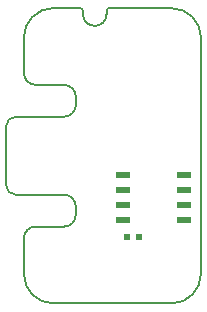
<source format=gbp>
G04*
G04 #@! TF.GenerationSoftware,Altium Limited,Altium Designer,22.4.2 (48)*
G04*
G04 Layer_Color=128*
%FSAX26Y26*%
%MOIN*%
G70*
G04*
G04 #@! TF.SameCoordinates,7339E0FC-21CB-4CED-BD79-60AD5129B2FD*
G04*
G04*
G04 #@! TF.FilePolarity,Positive*
G04*
G01*
G75*
%ADD12C,0.007874*%
%ADD21R,0.019685X0.021654*%
%ADD55R,0.049213X0.021654*%
D12*
X-00295276Y-00393701D02*
G03*
X-00196850Y-00492126I00098425J00000000D01*
G01*
X-00196850Y-00492126D02*
X00196850Y-00492126D01*
X00196850Y-00492126D02*
G03*
X00295276Y-00393701I00000000J00098425D01*
G01*
X00295293Y-00393700D02*
X00295293Y00393701D01*
X00295276Y00393701D02*
G03*
X00196850Y00492126I-00098425J00000000D01*
G01*
X-00009843Y00492126D01*
X-00009843Y00492126D02*
G03*
X-00019685Y00482284I00000000J-00009842D01*
G01*
X-00019685Y00472442D01*
X-00098425Y00472441D02*
G03*
X-00019685Y00472441I00039370J00000000D01*
G01*
X-00098425Y00472442D02*
X-00098425Y00482284D01*
X-00098425Y00482284D02*
G03*
X-00108268Y00492126I-00009842J00000000D01*
G01*
X-00196850Y00492127D01*
X-00196850Y00492126D02*
G03*
X-00295276Y00393701I00000000J-00098425D01*
G01*
X-00295276Y00393701D02*
X-00295276Y00274409D01*
X-00295276Y00275591D02*
G03*
X-00255906Y00236220I00039370J00000000D01*
G01*
X-00255906Y00236220D02*
X-00161417Y00236220D01*
X-00122047Y00196850D02*
G03*
X-00161417Y00236220I-00039370J00000000D01*
G01*
X-00122047Y00196850D02*
X-00122030Y00169291D01*
X-00161329Y00129921D02*
G03*
X-00121959Y00169291I00000000J00039370D01*
G01*
X-00161417Y00129921D02*
X-00322835Y00129921D01*
X-00322835Y00129921D02*
G03*
X-00354331Y00098425I00000000J-00031496D01*
G01*
X-00354332Y00098425D02*
X-00354332Y-00098425D01*
X-00354331Y-00098425D02*
G03*
X-00322835Y-00129921I00031496J00000000D01*
G01*
X-00322852Y-00129921D02*
X-00161417Y-00129921D01*
X-00122030Y-00169291D02*
G03*
X-00161400Y-00129921I-00039370J00000000D01*
G01*
X-00122030Y-00169291D02*
X-00122047Y-00196850D01*
X-00161417Y-00236220D02*
G03*
X-00122047Y-00196850I00000000J00039370D01*
G01*
X-00161417Y-00236220D02*
X-00255906Y-00236220D01*
X-00255906Y-00236220D02*
G03*
X-00295276Y-00275591I00000000J-00039370D01*
G01*
X-00295276Y-00274409D02*
X-00295276Y-00393701D01*
D21*
X00049247Y-00269971D02*
D03*
X00088617Y-00269971D02*
D03*
D55*
X00036417Y-00212795D02*
D03*
X00036417Y-00162795D02*
D03*
X00036417Y-00112795D02*
D03*
X00036417Y-00062795D02*
D03*
X00239173Y-00062795D02*
D03*
X00239173Y-00112795D02*
D03*
X00239173Y-00162795D02*
D03*
X00239173Y-00212795D02*
D03*
M02*

</source>
